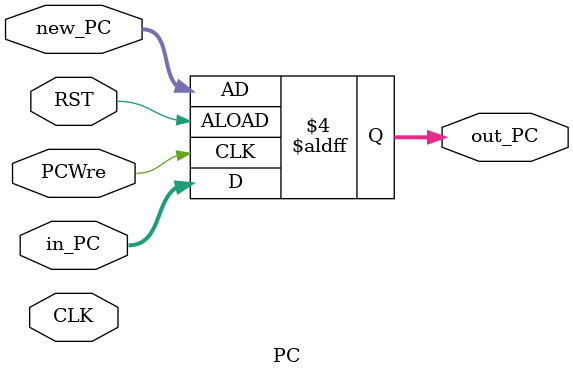
<source format=v>
`timescale 1ns / 1ps
module PC(CLK, RST, PCWre, in_PC, out_PC, new_PC);
	input wire CLK, RST, PCWre;
	input wire [31:0] in_PC, new_PC;
	output reg [31:0] out_PC;
	
	always @(posedge PCWre or posedge RST) begin
		if (RST == 1)
			out_PC = new_PC;
		else if (PCWre)
			out_PC = in_PC;
		else if (!PCWre)
			out_PC = out_PC;
	end

endmodule

</source>
